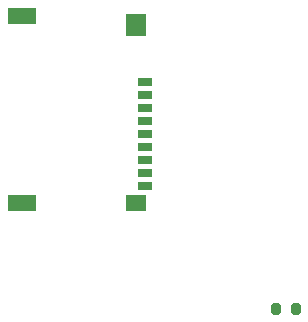
<source format=gbp>
G04 #@! TF.GenerationSoftware,KiCad,Pcbnew,7.0.7-7.0.7~ubuntu20.04.1*
G04 #@! TF.CreationDate,2024-03-24T22:46:20+02:00*
G04 #@! TF.ProjectId,rtl-module-breakout,72746c2d-6d6f-4647-956c-652d62726561,rev?*
G04 #@! TF.SameCoordinates,Original*
G04 #@! TF.FileFunction,Paste,Bot*
G04 #@! TF.FilePolarity,Positive*
%FSLAX46Y46*%
G04 Gerber Fmt 4.6, Leading zero omitted, Abs format (unit mm)*
G04 Created by KiCad (PCBNEW 7.0.7-7.0.7~ubuntu20.04.1) date 2024-03-24 22:46:20*
%MOMM*%
%LPD*%
G01*
G04 APERTURE LIST*
G04 Aperture macros list*
%AMRoundRect*
0 Rectangle with rounded corners*
0 $1 Rounding radius*
0 $2 $3 $4 $5 $6 $7 $8 $9 X,Y pos of 4 corners*
0 Add a 4 corners polygon primitive as box body*
4,1,4,$2,$3,$4,$5,$6,$7,$8,$9,$2,$3,0*
0 Add four circle primitives for the rounded corners*
1,1,$1+$1,$2,$3*
1,1,$1+$1,$4,$5*
1,1,$1+$1,$6,$7*
1,1,$1+$1,$8,$9*
0 Add four rect primitives between the rounded corners*
20,1,$1+$1,$2,$3,$4,$5,0*
20,1,$1+$1,$4,$5,$6,$7,0*
20,1,$1+$1,$6,$7,$8,$9,0*
20,1,$1+$1,$8,$9,$2,$3,0*%
G04 Aperture macros list end*
%ADD10R,1.300000X0.700000*%
%ADD11R,2.438400X1.447800*%
%ADD12R,1.651000X1.447800*%
%ADD13R,1.651000X1.854200*%
%ADD14RoundRect,0.200000X-0.200000X-0.275000X0.200000X-0.275000X0.200000X0.275000X-0.200000X0.275000X0*%
G04 APERTURE END LIST*
D10*
G04 #@! TO.C,J2*
X177000000Y-75331400D03*
X177000000Y-76431400D03*
X177000000Y-77531400D03*
X177000000Y-78631400D03*
X177000000Y-79731400D03*
X177000000Y-80831400D03*
X177000000Y-81931400D03*
X177000000Y-83031400D03*
X177000000Y-84131400D03*
D11*
X166526200Y-85549800D03*
D12*
X176226200Y-85549800D03*
D13*
X176226200Y-70500000D03*
D11*
X166526200Y-69725000D03*
G04 #@! TD*
D14*
G04 #@! TO.C,R1*
X188075000Y-94500000D03*
X189725000Y-94500000D03*
G04 #@! TD*
M02*

</source>
